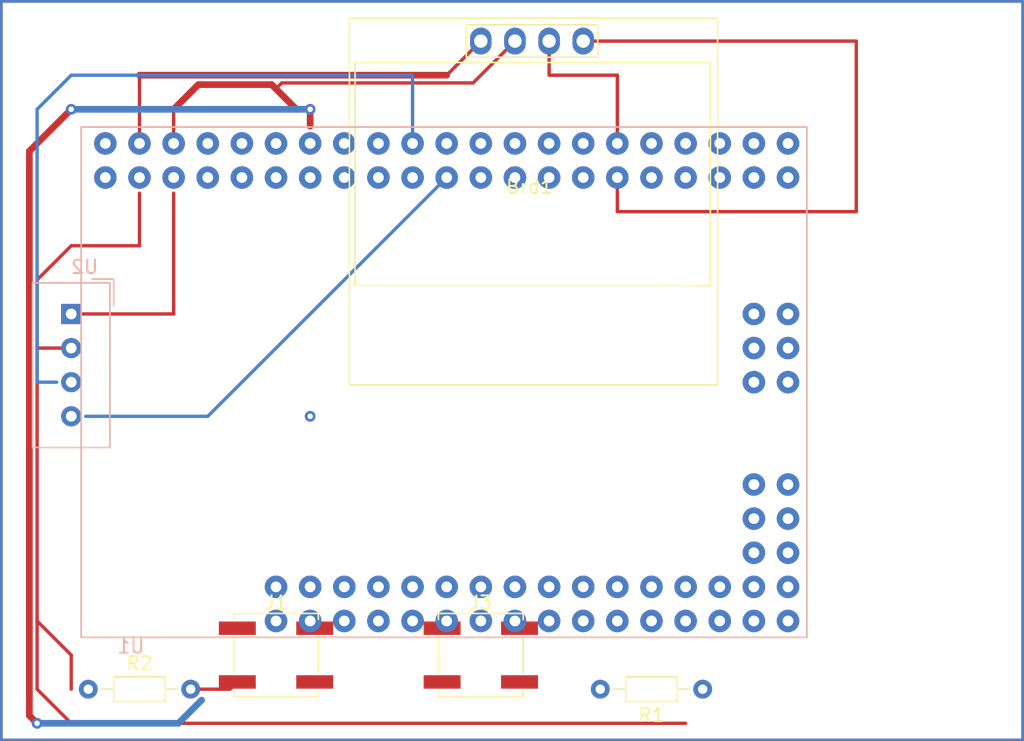
<source format=kicad_pcb>
(kicad_pcb (version 20221018) (generator pcbnew)
  (layers (0 "F.Cu" signal) (31 "B.Cu" signal) (34 "B.Paste" user) (35 "F.Paste" user) (36 "B.SilkS" user "B.Silkscreen") (37 "F.SilkS" user "F.Silkscreen") (38 "B.Mask" user) (39 "F.Mask" user) (44 "Edge.Cuts" user))
  (net 0 "")
  (net 1 "Net-(U1-VIN-PadVIN_1)")
  (net 2 "GND")
  (net 3 "+5V")
  (net 4 "Net-(U1-3V3-Pad3V3_1)")
  (net 9 "Net-(J1-Pin_2)")
  (net 12 "RX_GPS")
  (net 18 "SCL")
  (net 19 "Net-(J3-Pin_1)")
  (net 23 "DX_GPS")
  (net 28 "SDA")
  (net 81 "unconnected-(U2-~{SAFEBOOT}-Pad1)")
  (net 82 "unconnected-(U2-D_SEL-Pad2)")
  (footprint "Resistor_THT:R_Axial_DIN0204_L3.6mm_D1.6mm_P7.62mm_Horizontal" (layer "F.Cu") (at 123.19 109.22 180)
    (fp_text reference "R1" (at 3.81 -1.92) (layer "F.SilkS"))
    (fp_text value "R_Photo")
    (fp_line (start 0.94 0) (end 1.89 0) (stroke (width 0.12)) (layer "F.SilkS"))
    (fp_line (start 1.89 -0.92) (end 1.89 0.92) (stroke (width 0.12)) (layer "F.SilkS"))
    (fp_line (start 1.89 0.92) (end 5.73 0.92) (stroke (width 0.12)) (layer "F.SilkS"))
    (fp_line (start 5.73 -0.92) (end 1.89 -0.92) (stroke (width 0.12)) (layer "F.SilkS"))
    (fp_line (start 5.73 0.92) (end 5.73 -0.92) (stroke (width 0.12)) (layer "F.SilkS"))
    (fp_line (start 6.68 0) (end 5.73 0) (stroke (width 0.12)) (layer "F.SilkS"))
    (pad "1" thru_hole circle (at 0 0 180) (size 1.4 1.4) (drill 0.7) (layers "*.Cu" "*.Mask") (net 2 "GND"))
    (pad "2" thru_hole oval (at 7.62 0 180) (size 1.4 1.4) (drill 0.7) (layers "*.Cu" "*.Mask") (net 19 "Net-(J3-Pin_1)"))
  )
  (footprint "Button_Switch_SMD:SW_SPST_EVPBF" (layer "F.Cu") (at 106.68 106.68)
    (fp_text reference "J3" (at 0 -3.9) (layer "F.SilkS"))
    (fp_text value "Boton Next")
    (fp_line (start -3.15 -3.1) (end 3.15 -3.1) (stroke (width 0.12)) (layer "F.SilkS"))
    (fp_line (start -3.15 -2.65) (end -3.15 -3.1) (stroke (width 0.12)) (layer "F.SilkS"))
    (fp_line (start -3.15 1.35) (end -3.15 -1.35) (stroke (width 0.12)) (layer "F.SilkS"))
    (fp_line (start -3.15 2.65) (end -3.15 3.1) (stroke (width 0.12)) (layer "F.SilkS"))
    (fp_line (start -3.15 3.1) (end 3.15 3.1) (stroke (width 0.12)) (layer "F.SilkS"))
    (fp_line (start 3.15 -3.1) (end 3.15 -2.65) (stroke (width 0.12)) (layer "F.SilkS"))
    (fp_line (start 3.15 -1.35) (end 3.15 1.35) (stroke (width 0.12)) (layer "F.SilkS"))
    (fp_line (start 3.15 3.1) (end 3.15 2.7) (stroke (width 0.12)) (layer "F.SilkS"))
    (pad "1" smd rect (at -2.88 -2) (size 2.75 1) (layers "F.Cu" "F.Paste" "F.Mask") (net 19 "Net-(J3-Pin_1)"))
    (pad "1" smd rect (at 2.88 -2) (size 2.75 1) (layers "F.Cu" "F.Paste" "F.Mask") (net 19 "Net-(J3-Pin_1)"))
    (pad "2" smd rect (at -2.88 2) (size 2.75 1) (layers "F.Cu" "F.Paste" "F.Mask") (net 3 "+5V"))
    (pad "2" smd rect (at 2.88 2) (size 2.75 1) (layers "F.Cu" "F.Paste" "F.Mask") (net 3 "+5V"))
  )
  (footprint "Button_Switch_SMD:SW_SPST_EVPBF" (layer "F.Cu") (at 91.44 106.68)
    (fp_text reference "J1" (at 0 -3.9) (layer "F.SilkS"))
    (fp_text value "Boton Enter")
    (fp_line (start -3.15 -3.1) (end 3.15 -3.1) (stroke (width 0.12)) (layer "F.SilkS"))
    (fp_line (start -3.15 -2.65) (end -3.15 -3.1) (stroke (width 0.12)) (layer "F.SilkS"))
    (fp_line (start -3.15 1.35) (end -3.15 -1.35) (stroke (width 0.12)) (layer "F.SilkS"))
    (fp_line (start -3.15 2.65) (end -3.15 3.1) (stroke (width 0.12)) (layer "F.SilkS"))
    (fp_line (start -3.15 3.1) (end 3.15 3.1) (stroke (width 0.12)) (layer "F.SilkS"))
    (fp_line (start 3.15 -3.1) (end 3.15 -2.65) (stroke (width 0.12)) (layer "F.SilkS"))
    (fp_line (start 3.15 -1.35) (end 3.15 1.35) (stroke (width 0.12)) (layer "F.SilkS"))
    (fp_line (start 3.15 3.1) (end 3.15 2.7) (stroke (width 0.12)) (layer "F.SilkS"))
    (pad "1" smd rect (at -2.88 -2) (size 2.75 1) (layers "F.Cu" "F.Paste" "F.Mask") (net 3 "+5V"))
    (pad "1" smd rect (at 2.88 -2) (size 2.75 1) (layers "F.Cu" "F.Paste" "F.Mask") (net 3 "+5V"))
    (pad "2" smd rect (at -2.88 2) (size 2.75 1) (layers "F.Cu" "F.Paste" "F.Mask") (net 9 "Net-(J1-Pin_2)"))
    (pad "2" smd rect (at 2.88 2) (size 2.75 1) (layers "F.Cu" "F.Paste" "F.Mask") (net 9 "Net-(J1-Pin_2)"))
  )
  (footprint "Resistor_THT:R_Axial_DIN0204_L3.6mm_D1.6mm_P7.62mm_Horizontal" (layer "F.Cu") (at 77.47 109.22)
    (fp_text reference "R2" (at 3.81 -1.92) (layer "F.SilkS"))
    (fp_text value "R_Photo")
    (fp_line (start 0.94 0) (end 1.89 0) (stroke (width 0.12)) (layer "F.SilkS"))
    (fp_line (start 1.89 -0.92) (end 1.89 0.92) (stroke (width 0.12)) (layer "F.SilkS"))
    (fp_line (start 1.89 0.92) (end 5.73 0.92) (stroke (width 0.12)) (layer "F.SilkS"))
    (fp_line (start 5.73 -0.92) (end 1.89 -0.92) (stroke (width 0.12)) (layer "F.SilkS"))
    (fp_line (start 5.73 0.92) (end 5.73 -0.92) (stroke (width 0.12)) (layer "F.SilkS"))
    (fp_line (start 6.68 0) (end 5.73 0) (stroke (width 0.12)) (layer "F.SilkS"))
    (pad "1" thru_hole circle (at 0 0) (size 1.4 1.4) (drill 0.7) (layers "*.Cu" "*.Mask") (net 2 "GND"))
    (pad "2" thru_hole oval (at 7.62 0) (size 1.4 1.4) (drill 0.7) (layers "*.Cu" "*.Mask") (net 9 "Net-(J1-Pin_2)"))
  )
  (footprint "SSD1306:128x64OLED" (layer "F.Cu") (at 110.3 71.56)
    (fp_text reference "Brd1" (at 0 0.254) (layer "F.SilkS"))
    (fp_text value "SSD1306" hide)
    (fp_line (start -13.4 -12.3) (end 14 -12.3) (stroke (width 0.12)) (layer "F.SilkS"))
    (fp_line (start -13.4 15) (end -13.4 -12.3) (stroke (width 0.12)) (layer "F.SilkS"))
    (fp_line (start -12.978 -9.005) (end 10.122 -9.005) (stroke (width 0.12)) (layer "F.SilkS"))
    (fp_line (start -12.978 7.595) (end -12.978 -9.005) (stroke (width 0.12)) (layer "F.SilkS"))
    (fp_line (start -4.699 -11.811) (end -4.699 -9.398) (stroke (width 0.12)) (layer "F.SilkS"))
    (fp_line (start -4.699 -11.811) (end 5.08 -11.811) (stroke (width 0.12)) (layer "F.SilkS"))
    (fp_line (start 5.08 -11.811) (end 5.08 -9.398) (stroke (width 0.12)) (layer "F.SilkS"))
    (fp_line (start 5.08 -9.398) (end -4.699 -9.398) (stroke (width 0.12)) (layer "F.SilkS"))
    (fp_line (start 10.122 -9.005) (end 13.208 -9.005) (stroke (width 0.12)) (layer "F.SilkS"))
    (fp_line (start 10.122 7.595) (end -12.978 7.595) (stroke (width 0.12)) (layer "F.SilkS"))
    (fp_line (start 10.122 7.595) (end 13.462 7.62) (stroke (width 0.12)) (layer "F.SilkS"))
    (fp_line (start 13.462 -9.017) (end 13.208 -9.005) (stroke (width 0.12)) (layer "F.SilkS"))
    (fp_line (start 13.462 7.62) (end 13.462 -9.017) (stroke (width 0.12)) (layer "F.SilkS"))
    (fp_line (start 14 -12.3) (end 14 15) (stroke (width 0.12)) (layer "F.SilkS"))
    (fp_line (start 14 15) (end -13.4 15) (stroke (width 0.12)) (layer "F.SilkS"))
    (pad "1" thru_hole oval (at -3.62 -10.6 90) (size 2 1.6) (drill 1) (layers "*.Cu" "*.Mask") (net 2 "GND"))
    (pad "2" thru_hole oval (at -1.08 -10.6 90) (size 2 1.6) (drill 1) (layers "*.Cu" "*.Mask") (net 3 "+5V"))
    (pad "3" thru_hole oval (at 1.46 -10.6 90) (size 2 1.6) (drill 1) (layers "*.Cu" "*.Mask") (net 18 "SCL"))
    (pad "4" thru_hole oval (at 4 -10.6 90) (size 2 1.6) (drill 1) (layers "*.Cu" "*.Mask") (net 28 "SDA"))
  )
  (footprint "MEGA_PRO_EMBED_CH340G___ATMEGA2560:MODULE_MEGA_PRO_EMBED_CH340G___ATMEGA2560" (layer "B.Cu") (at 103.94 86.36)
    (fp_text reference "U1" (at -23.295 19.685) (layer "B.SilkS") (effects (justify mirror)))
    (fp_text value "MEGA_PRO_EMBED_CH340G_{slash}_ATMEGA2560" hide)
    (fp_line (start -27 -19) (end -27 19) (stroke (width 0.127)) (layer "B.SilkS"))
    (fp_line (start -27 -19) (end 27 -19) (stroke (width 0.127)) (layer "B.SilkS"))
    (fp_line (start -27 19) (end 27 19) (stroke (width 0.127)) (layer "B.SilkS"))
    (fp_line (start 27 -19) (end 27 19) (stroke (width 0.127)) (layer "B.SilkS"))
    (pad "3V3_1" thru_hole circle (at -17.58 -17.78) (size 1.6764 1.6764) (drill 0.8) (layers "*.Cu" "*.Mask") (net 4 "Net-(U1-3V3-Pad3V3_1)"))
    (pad "3V3_2" thru_hole circle (at -17.58 -15.24) (size 1.6764 1.6764) (drill 0.8) (layers "*.Cu" "*.Mask") (net 4 "Net-(U1-3V3-Pad3V3_1)"))
    (pad "5V_1" thru_hole circle (at -20.12 -17.78) (size 1.6764 1.6764) (drill 0.8) (layers "*.Cu" "*.Mask") (net 3 "+5V"))
    (pad "5V_2" thru_hole circle (at -20.12 -15.24) (size 1.6764 1.6764) (drill 0.8) (layers "*.Cu" "*.Mask") (net 3 "+5V"))
    (pad "5V_3" thru_hole circle (at 25.6 0) (size 1.6764 1.6764) (drill 0.8) (layers "*.Cu" "*.Mask") (net 3 "+5V"))
    (pad "A0" thru_hole circle (at -12.5 17.78) (size 1.6764 1.6764) (drill 0.8) (layers "*.Cu" "*.Mask"))
    (pad "A1" thru_hole circle (at -12.5 15.24) (size 1.6764 1.6764) (drill 0.8) (layers "*.Cu" "*.Mask"))
    (pad "A2" thru_hole circle (at -9.96 17.78) (size 1.6764 1.6764) (drill 0.8) (layers "*.Cu" "*.Mask"))
    (pad "A3" thru_hole circle (at -9.96 15.24) (size 1.6764 1.6764) (drill 0.8) (layers "*.Cu" "*.Mask"))
    (pad "A4" thru_hole circle (at -7.42 17.78) (size 1.6764 1.6764) (drill 0.8) (layers "*.Cu" "*.Mask"))
    (pad "A5" thru_hole circle (at -7.42 15.24) (size 1.6764 1.6764) (drill 0.8) (layers "*.Cu" "*.Mask"))
    (pad "A6" thru_hole circle (at -4.88 17.78) (size 1.6764 1.6764) (drill 0.8) (layers "*.Cu" "*.Mask"))
    (pad "A7" thru_hole circle (at -4.88 15.24) (size 1.6764 1.6764) (drill 0.8) (layers "*.Cu" "*.Mask"))
    (pad "A8" thru_hole circle (at -2.34 17.78) (size 1.6764 1.6764) (drill 0.8) (layers "*.Cu" "*.Mask"))
    (pad "A9" thru_hole circle (at -2.34 15.24) (size 1.6764 1.6764) (drill 0.8) (layers "*.Cu" "*.Mask"))
    (pad "A10" thru_hole circle (at 0.2 17.78) (size 1.6764 1.6764) (drill 0.8) (layers "*.Cu" "*.Mask"))
    (pad "A11" thru_hole circle (at 0.2 15.24) (size 1.6764 1.6764) (drill 0.8) (layers "*.Cu" "*.Mask"))
    (pad "A12" thru_hole circle (at 2.74 17.78) (size 1.6764 1.6764) (drill 0.8) (layers "*.Cu" "*.Mask"))
    (pad "A13" thru_hole circle (at 2.74 15.24) (size 1.6764 1.6764) (drill 0.8) (layers "*.Cu" "*.Mask"))
    (pad "A14" thru_hole circle (at 5.28 17.78) (size 1.6764 1.6764) (drill 0.8) (layers "*.Cu" "*.Mask"))
    (pad "A15" thru_hole circle (at 5.28 15.24) (size 1.6764 1.6764) (drill 0.8) (layers "*.Cu" "*.Mask"))
    (pad "AREF" thru_hole circle (at -15.04 -15.24) (size 1.6764 1.6764) (drill 0.8) (layers "*.Cu" "*.Mask"))
    (pad "D2" thru_hole circle (at -9.96 -15.24) (size 1.6764 1.6764) (drill 0.8) (layers "*.Cu" "*.Mask") (net 19 "Net-(J3-Pin_1)"))
    (pad "D3" thru_hole circle (at -9.96 -17.78) (size 1.6764 1.6764) (drill 0.8) (layers "*.Cu" "*.Mask") (net 9 "Net-(J1-Pin_2)"))
    (pad "D4" thru_hole circle (at -7.42 -15.24) (size 1.6764 1.6764) (drill 0.8) (layers "*.Cu" "*.Mask"))
    (pad "D5" thru_hole circle (at -7.42 -17.78) (size 1.6764 1.6764) (drill 0.8) (layers "*.Cu" "*.Mask"))
    (pad "D6" thru_hole circle (at -4.88 -15.24) (size 1.6764 1.6764) (drill 0.8) (layers "*.Cu" "*.Mask"))
    (pad "D7" thru_hole circle (at -4.88 -17.78) (size 1.6764 1.6764) (drill 0.8) (layers "*.Cu" "*.Mask"))
    (pad "D8" thru_hole circle (at -2.34 -15.24) (size 1.6764 1.6764) (drill 0.8) (layers "*.Cu" "*.Mask"))
    (pad "D9" thru_hole circle (at -2.34 -17.78) (size 1.6764 1.6764) (drill 0.8) (layers "*.Cu" "*.Mask") (net 12 "RX_GPS"))
    (pad "D10" thru_hole circle (at 0.2 -15.24) (size 1.6764 1.6764) (drill 0.8) (layers "*.Cu" "*.Mask") (net 23 "DX_GPS"))
    (pad "D11" thru_hole circle (at 0.2 -17.78) (size 1.6764 1.6764) (drill 0.8) (layers "*.Cu" "*.Mask"))
    (pad "D12" thru_hole circle (at 2.74 -15.24) (size 1.6764 1.6764) (drill 0.8) (layers "*.Cu" "*.Mask"))
    (pad "D13" thru_hole circle (at 2.74 -17.78) (size 1.6764 1.6764) (drill 0.8) (layers "*.Cu" "*.Mask"))
    (pad "D14" thru_hole circle (at 5.28 -15.24) (size 1.6764 1.6764) (drill 0.8) (layers "*.Cu" "*.Mask"))
    (pad "D15" thru_hole circle (at 5.28 -17.78) (size 1.6764 1.6764) (drill 0.8) (layers "*.Cu" "*.Mask"))
    (pad "D16" thru_hole circle (at 7.82 -15.24) (size 1.6764 1.6764) (drill 0.8) (layers "*.Cu" "*.Mask"))
    (pad "D17" thru_hole circle (at 7.82 -17.78) (size 1.6764 1.6764) (drill 0.8) (layers "*.Cu" "*.Mask"))
    (pad "D18" thru_hole circle (at 10.36 -15.24) (size 1.6764 1.6764) (drill 0.8) (layers "*.Cu" "*.Mask"))
    (pad "D19" thru_hole circle (at 10.36 -17.78) (size 1.6764 1.6764) (drill 0.8) (layers "*.Cu" "*.Mask"))
    (pad "D20" thru_hole circle (at 12.9 -15.24) (size 1.6764 1.6764) (drill 0.8) (layers "*.Cu" "*.Mask") (net 28 "SDA"))
    (pad "D21" thru_hole circle (at 12.9 -17.78) (size 1.6764 1.6764) (drill 0.8) (layers "*.Cu" "*.Mask") (net 18 "SCL"))
    (pad "D22" thru_hole circle (at 15.44 -15.24) (size 1.6764 1.6764) (drill 0.8) (layers "*.Cu" "*.Mask"))
    (pad "D23" thru_hole circle (at 15.44 -17.78) (size 1.6764 1.6764) (drill 0.8) (layers "*.Cu" "*.Mask"))
    (pad "D24" thru_hole circle (at 17.98 -15.24) (size 1.6764 1.6764) (drill 0.8) (layers "*.Cu" "*.Mask"))
    (pad "D25" thru_hole circle (at 17.98 -17.78) (size 1.6764 1.6764) (drill 0.8) (layers "*.Cu" "*.Mask"))
    (pad "D26" thru_hole circle (at 20.52 -15.24) (size 1.6764 1.6764) (drill 0.8) (layers "*.Cu" "*.Mask"))
    (pad "D27" thru_hole circle (at 20.52 -17.78) (size 1.6764 1.6764) (drill 0.8) (layers "*.Cu" "*.Mask"))
    (pad "D28" thru_hole circle (at 23.06 -15.24) (size 1.6764 1.6764) (drill 0.8) (layers "*.Cu" "*.Mask"))
    (pad "D29" thru_hole circle (at 23.06 -17.78) (size 1.6764 1.6764) (drill 0.8) (layers "*.Cu" "*.Mask"))
    (pad "D30" thru_hole circle (at 25.6 -15.24) (size 1.6764 1.6764) (drill 0.8) (layers "*.Cu" "*.Mask"))
    (pad "D31" thru_hole circle (at 25.6 -17.78) (size 1.6764 1.6764) (drill 0.8) (layers "*.Cu" "*.Mask"))
    (pad "D32" thru_hole circle (at 7.82 17.78) (size 1.6764 1.6764) (drill 0.8) (layers "*.Cu" "*.Mask"))
    (pad "D33" thru_hole circle (at 7.82 15.24) (size 1.6764 1.6764) (drill 0.8) (layers "*.Cu" "*.Mask"))
    (pad "D34" thru_hole circle (at 10.36 17.78) (size 1.6764 1.6764) (drill 0.8) (layers "*.Cu" "*.Mask"))
    (pad "D35" thru_hole circle (at 10.36 15.24) (size 1.6764 1.6764) (drill 0.8) (layers "*.Cu" "*.Mask"))
    (pad "D36" thru_hole circle (at 12.9 17.78) (size 1.6764 1.6764) (drill 0.8) (layers "*.Cu" "*.Mask"))
    (pad "D37" thru_hole circle (at 12.9 15.24) (size 1.6764 1.6764) (drill 0.8) (layers "*.Cu" "*.Mask"))
    (pad "D38" thru_hole circle (at 15.44 17.78) (size 1.6764 1.6764) (drill 0.8) (layers "*.Cu" "*.Mask"))
    (pad "D39" thru_hole circle (at 15.44 15.24) (size 1.6764 1.6764) (drill 0.8) (layers "*.Cu" "*.Mask"))
    (pad "D40" thru_hole circle (at 17.98 17.78) (size 1.6764 1.6764) (drill 0.8) (layers "*.Cu" "*.Mask"))
    (pad "D41" thru_hole circle (at 17.98 15.24) (size 1.6764 1.6764) (drill 0.8) (layers "*.Cu" "*.Mask"))
    (pad "D42" thru_hole circle (at 20.52 17.78) (size 1.6764 1.6764) (drill 0.8) (layers "*.Cu" "*.Mask"))
    (pad "D43" thru_hole circle (at 20.52 15.24) (size 1.6764 1.6764) (drill 0.8) (layers "*.Cu" "*.Mask"))
    (pad "D44" thru_hole circle (at 23.06 17.78) (size 1.6764 1.6764) (drill 0.8) (layers "*.Cu" "*.Mask"))
    (pad "D45" thru_hole circle (at 23.06 15.24) (size 1.6764 1.6764) (drill 0.8) (layers "*.Cu" "*.Mask"))
    (pad "D46" thru_hole circle (at 25.6 17.78) (size 1.6764 1.6764) (drill 0.8) (layers "*.Cu" "*.Mask"))
    (pad "D47" thru_hole circle (at 25.6 15.24) (size 1.6764 1.6764) (drill 0.8) (layers "*.Cu" "*.Mask"))
    (pad "D48" thru_hole circle (at 25.6 12.7) (size 1.6764 1.6764) (drill 0.8) (layers "*.Cu" "*.Mask"))
    (pad "D49" thru_hole circle (at 23.06 12.7) (size 1.6764 1.6764) (drill 0.8) (layers "*.Cu" "*.Mask"))
    (pad "D50" thru_hole circle (at 25.6 10.16) (size 1.6764 1.6764) (drill 0.8) (layers "*.Cu" "*.Mask"))
    (pad "D51" thru_hole circle (at 23.06 10.16) (size 1.6764 1.6764) (drill 0.8) (layers "*.Cu" "*.Mask"))
    (pad "D52" thru_hole circle (at 25.6 7.62) (size 1.6764 1.6764) (drill 0.8) (layers "*.Cu" "*.Mask"))
    (pad "D53" thru_hole circle (at 23.06 7.62) (size 1.6764 1.6764) (drill 0.8) (layers "*.Cu" "*.Mask"))
    (pad "GND_1" thru_hole circle (at -22.66 -17.78) (size 1.6764 1.6764) (drill 0.8) (layers "*.Cu" "*.Mask") (net 2 "GND"))
    (pad "GND_2" thru_hole circle (at -22.66 -15.24) (size 1.6764 1.6764) (drill 0.8) (layers "*.Cu" "*.Mask") (net 2 "GND"))
    (pad "GND_3" thru_hole circle (at 25.6 -5.08) (size 1.6764 1.6764) (drill 0.8) (layers "*.Cu" "*.Mask") (net 2 "GND"))
    (pad "MISO" thru_hole circle (at 23.06 0) (size 1.6764 1.6764) (drill 0.8) (layers "*.Cu" "*.Mask"))
    (pad "MOSI" thru_hole circle (at 25.6 -2.54) (size 1.6764 1.6764) (drill 0.8) (layers "*.Cu" "*.Mask"))
    (pad "RESET" thru_hole circle (at 23.06 -5.08) (size 1.6764 1.6764) (drill 0.8) (layers "*.Cu" "*.Mask"))
    (pad "RST" thru_hole circle (at -15.04 -17.78) (size 1.6764 1.6764) (drill 0.8) (layers "*.Cu" "*.Mask"))
    (pad "RX" thru_hole circle (at -12.5 -15.24) (size 1.6764 1.6764) (drill 0.8) (layers "*.Cu" "*.Mask"))
    (pad "SCK" thru_hole circle (at 23.06 -2.54) (size 1.6764 1.6764) (drill 0.8) (layers "*.Cu" "*.Mask"))
    (pad "TX" thru_hole circle (at -12.5 -17.78) (size 1.6764 1.6764) (drill 0.8) (layers "*.Cu" "*.Mask"))
    (pad "VIN_1" thru_hole circle (at -25.2 -17.78) (size 1.6764 1.6764) (drill 0.8) (layers "*.Cu" "*.Mask") (net 1 "Net-(U1-VIN-PadVIN_1)"))
    (pad "VIN_2" thru_hole circle (at -25.2 -15.24) (size 1.6764 1.6764) (drill 0.8) (layers "*.Cu" "*.Mask") (net 1 "Net-(U1-VIN-PadVIN_1)"))
  )
  (footprint "Sensor:Aosong_DHT11_5.5x12.0_P2.54mm" (layer "B.Cu") (at 76.2 81.28 180)
    (fp_text reference "U2" (at -1 3.5) (layer "B.SilkS") (effects (justify mirror)))
    (fp_text value "NEO-M8N")
    (fp_line (start -3.16 2.6) (end -3.16 0.6) (stroke (width 0.12)) (layer "B.SilkS"))
    (fp_line (start -3.16 2.6) (end -1.55 2.6) (stroke (width 0.12)) (layer "B.SilkS"))
    (fp_line (start -2.88 -9.94) (end -2.88 2.31) (stroke (width 0.12)) (layer "B.SilkS"))
    (fp_line (start -2.87 2.32) (end 2.87 2.32) (stroke (width 0.12)) (layer "B.SilkS"))
    (fp_line (start 2.88 -9.94) (end -2.88 -9.94) (stroke (width 0.12)) (layer "B.SilkS"))
    (fp_line (start 2.88 2.32) (end 2.88 -9.94) (stroke (width 0.12)) (layer "B.SilkS"))
    (pad "1" thru_hole rect (at 0 0 180) (size 1.5 1.5) (drill 0.8) (layers "*.Cu" "*.Mask") (net 81 "unconnected-(U2-~{SAFEBOOT}-Pad1)"))
    (pad "2" thru_hole circle (at 0 -2.54 180) (size 1.5 1.5) (drill 0.8) (layers "*.Cu" "*.Mask") (net 82 "unconnected-(U2-D_SEL-Pad2)"))
    (pad "3" thru_hole circle (at 0 -5.08 180) (size 1.5 1.5) (drill 0.8) (layers "*.Cu" "*.Mask"))
    (pad "4" thru_hole circle (at 0 -7.62 180) (size 1.5 1.5) (drill 0.8) (layers "*.Cu" "*.Mask"))
  )
  (gr_rect (start 71 58) (end 147 113) (stroke (width 0.2)) (fill none) (layer "F.Cu"))
  (gr_rect (start 71 58) (end 147 113) (stroke (width 0.2)) (fill none) (layer "B.Cu"))
  (segment (start 93.98 66.04) (end 93.98 67.2918) (width 0.5) (layer "F.Cu") (net 0))
  (segment (start 73.085 69.155) (end 73.085 111.185) (width 0.5) (layer "F.Cu") (net 0))
  (segment (start 76.2 66.04) (end 73.085 69.155) (width 0.5) (layer "F.Cu") (net 0))
  (segment (start 73.085 111.185) (end 73.66 111.76) (width 0.5) (layer "F.Cu") (net 0))
  (via (at 73.66 111.76) (size 0.8) (drill 0.4) (layers "F.Cu" "B.Cu") (net 0))
  (via (at 76.2 66.04) (size 0.8) (drill 0.4) (layers "F.Cu" "B.Cu") (net 0))
  (via (at 93.98 88.9) (size 0.8) (drill 0.4) (layers "F.Cu" "B.Cu") (net 0))
  (via (at 93.98 66.04) (size 0.8) (drill 0.4) (layers "F.Cu" "B.Cu") (net 0))
  (segment (start 84.176346 111.76) (end 85.903173 110.033173) (width 0.5) (layer "B.Cu") (net 0))
  (segment (start 93.98 66.04) (end 76.2 66.04) (width 0.5) (layer "B.Cu") (net 0))
  (segment (start 73.66 111.76) (end 84.176346 111.76) (width 0.5) (layer "B.Cu") (net 0))
  (segment (start 104.14 63.5) (end 106.68 60.96) (width 0.25) (layer "F.Cu") (net 2))
  (segment (start 81.28 68.58) (end 81.28 63.5) (width 0.25) (layer "F.Cu") (net 2))
  (segment (start 81.28 63.5) (end 104.14 63.5) (width 0.5) (layer "F.Cu") (net 2))
  (segment (start 85.66 64.2) (end 83.82 66.04) (width 0.5) (layer "F.Cu") (net 3))
  (segment (start 91.44 64.525305) (end 91.44 64.499695) (width 0.25) (layer "F.Cu") (net 3))
  (segment (start 92.954695 66.04) (end 91.44 64.525305) (width 0.25) (layer "F.Cu") (net 3))
  (segment (start 83.82 68.58) (end 83.82 66.04) (width 0.25) (layer "F.Cu") (net 3))
  (segment (start 106.105 64.075) (end 109.22 60.96) (width 0.25) (layer "F.Cu") (net 3))
  (segment (start 91.114695 64.2) (end 85.66 64.2) (width 0.5) (layer "F.Cu") (net 3))
  (segment (start 91.44 64.499695) (end 91.864695 64.075) (width 0.25) (layer "F.Cu") (net 3))
  (segment (start 91.864695 64.075) (end 106.105 64.075) (width 0.25) (layer "F.Cu") (net 3))
  (segment (start 92.954695 66.04) (end 91.114695 64.2) (width 0.5) (layer "F.Cu") (net 3))
  (segment (start 85.09 109.22) (end 88.02 109.22) (width 0.25) (layer "F.Cu") (net 9))
  (segment (start 88.02 109.22) (end 88.56 108.68) (width 0.25) (layer "F.Cu") (net 9))
  (segment (start 73.66 86.36) (end 75.125 86.36) (width 0.25) (layer "B.Cu") (net 12))
  (segment (start 101.6 68.58) (end 101.6 63.5) (width 0.25) (layer "B.Cu") (net 12))
  (segment (start 76.2 63.5) (end 73.66 66.04) (width 0.25) (layer "B.Cu") (net 12))
  (segment (start 101.6 63.5) (end 76.2 63.5) (width 0.25) (layer "B.Cu") (net 12))
  (segment (start 73.66 66.04) (end 73.66 86.36) (width 0.25) (layer "B.Cu") (net 12))
  (segment (start 116.84 63.5) (end 111.76 63.5) (width 0.25) (layer "F.Cu") (net 18))
  (segment (start 111.76 63.5) (end 111.76 60.96) (width 0.25) (layer "F.Cu") (net 18))
  (segment (start 116.84 68.58) (end 116.84 63.5) (width 0.25) (layer "F.Cu") (net 18))
  (segment (start 104.14 71.12) (end 86.36 88.9) (width 0.25) (layer "B.Cu") (net 23))
  (segment (start 86.36 88.9) (end 77.275 88.9) (width 0.25) (layer "B.Cu") (net 23))
  (segment (start 134.62 73.66) (end 134.62 60.96) (width 0.25) (layer "F.Cu") (net 28))
  (segment (start 116.84 73.66) (end 134.62 73.66) (width 0.25) (layer "F.Cu") (net 28))
  (segment (start 134.62 60.96) (end 114.3 60.96) (width 0.25) (layer "F.Cu") (net 28))
  (segment (start 116.84 71.12) (end 116.84 73.66) (width 0.25) (layer "F.Cu") (net 28))
  (segment (start 76.2 81.28) (end 83.82 81.28) (width 0.25) (layer "F.Cu") (net 81))
  (segment (start 83.82 81.28) (end 83.82 72.2832) (width 0.25) (layer "F.Cu") (net 81))
  (segment (start 76.2 76.2) (end 81.28 76.2) (width 0.25) (layer "F.Cu") (net 82))
  (segment (start 73.66 83.82) (end 73.66 104.14) (width 0.25) (layer "F.Cu") (net 82))
  (segment (start 81.28 76.2) (end 81.28 72.2832) (width 0.25) (layer "F.Cu") (net 82))
  (segment (start 76.2 106.68) (end 76.2 109.22) (width 0.25) (layer "F.Cu") (net 82))
  (segment (start 73.66 83.82) (end 73.66 78.74) (width 0.25) (layer "F.Cu") (net 82))
  (segment (start 76.2 83.82) (end 73.66 83.82) (width 0.25) (layer "F.Cu") (net 82))
  (segment (start 76.2 111.76) (end 121.92 111.76) (width 0.25) (layer "F.Cu") (net 82))
  (segment (start 73.66 104.14) (end 76.2 106.68) (width 0.25) (layer "F.Cu") (net 82))
  (segment (start 73.66 109.22) (end 76.2 111.76) (width 0.25) (layer "F.Cu") (net 82))
  (segment (start 73.66 104.14) (end 73.66 109.22) (width 0.25) (layer "F.Cu") (net 82))
  (segment (start 73.66 78.74) (end 76.2 76.2) (width 0.25) (layer "F.Cu") (net 82))
)
</source>
